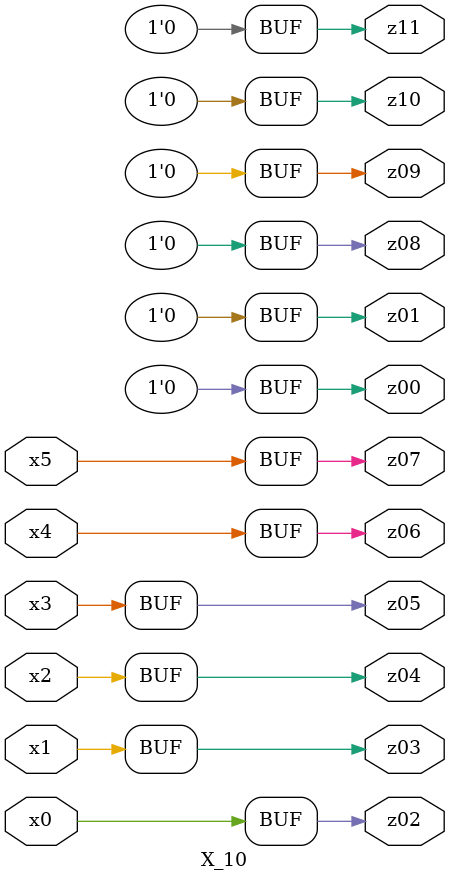
<source format=v>

module X_10 ( 
    x0, x1, x2, x3, x4, x5,
    z00, z01, z02, z03, z04, z05, z06, z07, z08, z09, z10, z11  );
  input  x0, x1, x2, x3, x4, x5;
  output z00, z01, z02, z03, z04, z05, z06, z07, z08, z09, z10, z11;
  assign z00 = 1'b0;
  assign z01 = 1'b0;
  assign z02 = x0;
  assign z03 = x1;
  assign z04 = x2;
  assign z05 = x3;
  assign z06 = x4;
  assign z07 = x5;
  assign z08 = 1'b0;
  assign z09 = 1'b0;
  assign z10 = 1'b0;
  assign z11 = 1'b0;
endmodule



</source>
